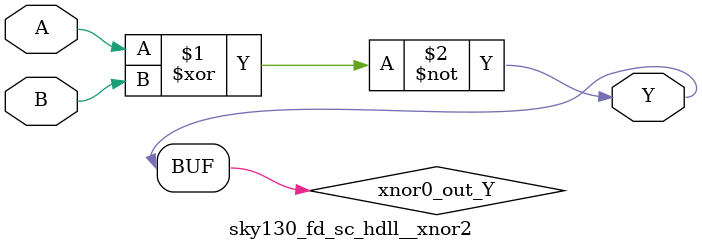
<source format=v>
/*
 * Copyright 2020 The SkyWater PDK Authors
 *
 * Licensed under the Apache License, Version 2.0 (the "License");
 * you may not use this file except in compliance with the License.
 * You may obtain a copy of the License at
 *
 *     https://www.apache.org/licenses/LICENSE-2.0
 *
 * Unless required by applicable law or agreed to in writing, software
 * distributed under the License is distributed on an "AS IS" BASIS,
 * WITHOUT WARRANTIES OR CONDITIONS OF ANY KIND, either express or implied.
 * See the License for the specific language governing permissions and
 * limitations under the License.
 *
 * SPDX-License-Identifier: Apache-2.0
*/


`ifndef SKY130_FD_SC_HDLL__XNOR2_FUNCTIONAL_V
`define SKY130_FD_SC_HDLL__XNOR2_FUNCTIONAL_V

/**
 * xnor2: 2-input exclusive NOR.
 *
 *        Y = !(A ^ B)
 *
 * Verilog simulation functional model.
 */

`timescale 1ns / 1ps
`default_nettype none

`celldefine
module sky130_fd_sc_hdll__xnor2 (
    Y,
    A,
    B
);

    // Module ports
    output Y;
    input  A;
    input  B;

    // Local signals
    wire xnor0_out_Y;

    //   Name   Output       Other arguments
    xnor xnor0 (xnor0_out_Y, A, B           );
    buf  buf0  (Y          , xnor0_out_Y    );

endmodule
`endcelldefine

`default_nettype wire
`endif  // SKY130_FD_SC_HDLL__XNOR2_FUNCTIONAL_V
</source>
